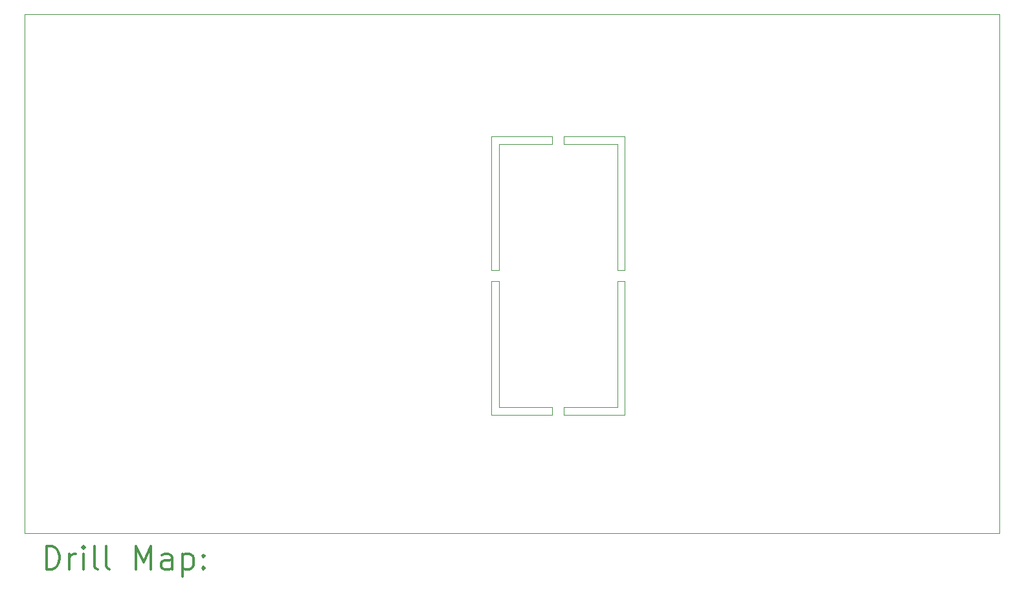
<source format=gbr>
%FSLAX45Y45*%
G04 Gerber Fmt 4.5, Leading zero omitted, Abs format (unit mm)*
G04 Created by KiCad (PCBNEW (5.1.5)-3) date 2022-10-30 09:30:53*
%MOMM*%
%LPD*%
G04 APERTURE LIST*
%TA.AperFunction,Profile*%
%ADD10C,0.100000*%
%TD*%
%ADD11C,0.200000*%
%ADD12C,0.300000*%
G04 APERTURE END LIST*
D10*
X15150000Y-9900000D02*
X14450000Y-9900000D01*
X14350000Y-10000000D02*
X15150000Y-10000000D01*
X14450000Y-8250000D02*
X14350000Y-8250000D01*
X15150000Y-10000000D02*
X15150000Y-9900000D01*
X14450000Y-9900000D02*
X14450000Y-8250000D01*
X14350000Y-8250000D02*
X14350000Y-10000000D01*
X16000000Y-6450000D02*
X16000000Y-8100000D01*
X15300000Y-6350000D02*
X15300000Y-6450000D01*
X16100000Y-6350000D02*
X15300000Y-6350000D01*
X16000000Y-8100000D02*
X16100000Y-8100000D01*
X16100000Y-8100000D02*
X16100000Y-6350000D01*
X15300000Y-6450000D02*
X16000000Y-6450000D01*
X16000000Y-9900000D02*
X16000000Y-8250000D01*
X15300000Y-10000000D02*
X15300000Y-9900000D01*
X15300000Y-9900000D02*
X16000000Y-9900000D01*
X16000000Y-8250000D02*
X16100000Y-8250000D01*
X16100000Y-8250000D02*
X16100000Y-10000000D01*
X16100000Y-10000000D02*
X15300000Y-10000000D01*
X15150000Y-6350000D02*
X15150000Y-6450000D01*
X14350000Y-6350000D02*
X15150000Y-6350000D01*
X14350000Y-8100000D02*
X14350000Y-6350000D01*
X14450000Y-8100000D02*
X14350000Y-8100000D01*
X14450000Y-6450000D02*
X14450000Y-8100000D01*
X15150000Y-6450000D02*
X14450000Y-6450000D01*
X21000000Y-4750000D02*
X21000000Y-11550000D01*
X8250000Y-4750000D02*
X21000000Y-4750000D01*
X8250000Y-11550000D02*
X8250000Y-4750000D01*
X21000000Y-11550000D02*
X8250000Y-11550000D01*
D11*
D12*
X8531428Y-12020714D02*
X8531428Y-11720714D01*
X8602857Y-11720714D01*
X8645714Y-11735000D01*
X8674286Y-11763571D01*
X8688571Y-11792143D01*
X8702857Y-11849286D01*
X8702857Y-11892143D01*
X8688571Y-11949286D01*
X8674286Y-11977857D01*
X8645714Y-12006429D01*
X8602857Y-12020714D01*
X8531428Y-12020714D01*
X8831428Y-12020714D02*
X8831428Y-11820714D01*
X8831428Y-11877857D02*
X8845714Y-11849286D01*
X8860000Y-11835000D01*
X8888571Y-11820714D01*
X8917143Y-11820714D01*
X9017143Y-12020714D02*
X9017143Y-11820714D01*
X9017143Y-11720714D02*
X9002857Y-11735000D01*
X9017143Y-11749286D01*
X9031428Y-11735000D01*
X9017143Y-11720714D01*
X9017143Y-11749286D01*
X9202857Y-12020714D02*
X9174286Y-12006429D01*
X9160000Y-11977857D01*
X9160000Y-11720714D01*
X9360000Y-12020714D02*
X9331428Y-12006429D01*
X9317143Y-11977857D01*
X9317143Y-11720714D01*
X9702857Y-12020714D02*
X9702857Y-11720714D01*
X9802857Y-11935000D01*
X9902857Y-11720714D01*
X9902857Y-12020714D01*
X10174286Y-12020714D02*
X10174286Y-11863571D01*
X10160000Y-11835000D01*
X10131428Y-11820714D01*
X10074286Y-11820714D01*
X10045714Y-11835000D01*
X10174286Y-12006429D02*
X10145714Y-12020714D01*
X10074286Y-12020714D01*
X10045714Y-12006429D01*
X10031428Y-11977857D01*
X10031428Y-11949286D01*
X10045714Y-11920714D01*
X10074286Y-11906429D01*
X10145714Y-11906429D01*
X10174286Y-11892143D01*
X10317143Y-11820714D02*
X10317143Y-12120714D01*
X10317143Y-11835000D02*
X10345714Y-11820714D01*
X10402857Y-11820714D01*
X10431428Y-11835000D01*
X10445714Y-11849286D01*
X10460000Y-11877857D01*
X10460000Y-11963571D01*
X10445714Y-11992143D01*
X10431428Y-12006429D01*
X10402857Y-12020714D01*
X10345714Y-12020714D01*
X10317143Y-12006429D01*
X10588571Y-11992143D02*
X10602857Y-12006429D01*
X10588571Y-12020714D01*
X10574286Y-12006429D01*
X10588571Y-11992143D01*
X10588571Y-12020714D01*
X10588571Y-11835000D02*
X10602857Y-11849286D01*
X10588571Y-11863571D01*
X10574286Y-11849286D01*
X10588571Y-11835000D01*
X10588571Y-11863571D01*
M02*

</source>
